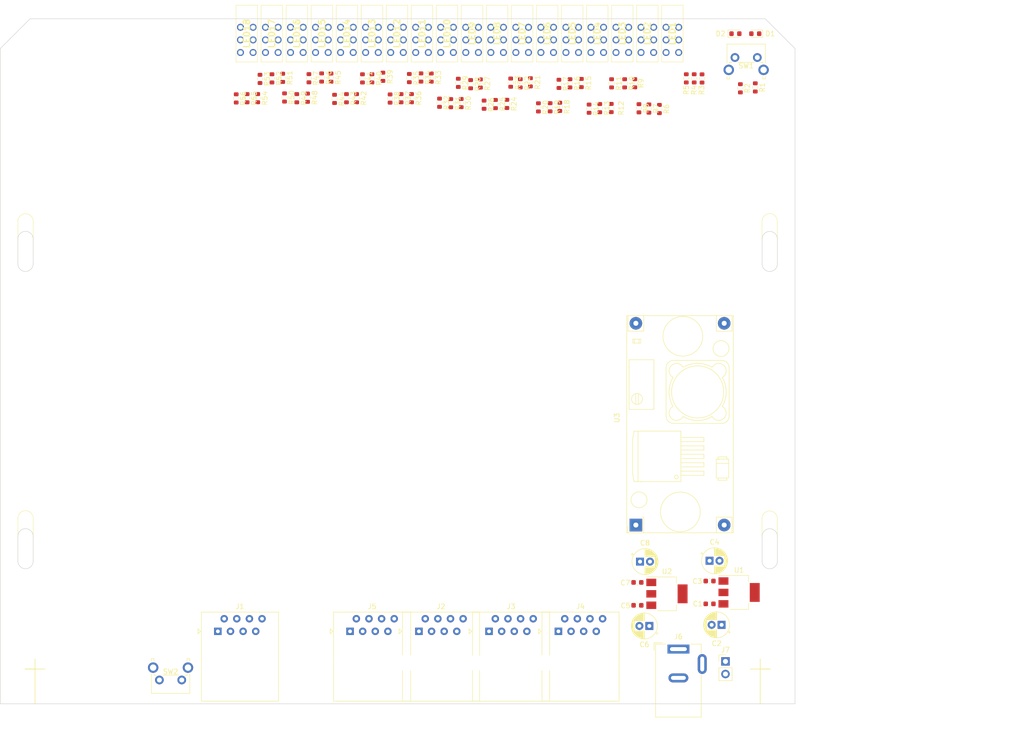
<source format=kicad_pcb>
(kicad_pcb (version 20211014) (generator pcbnew)
  (layers (0 "F.Cu" signal) (31 "B.Cu" signal) (34 "B.Paste" user) (35 "F.Paste" user) (36 "B.SilkS" user "B.Silkscreen") (37 "F.SilkS" user "F.Silkscreen") (38 "B.Mask" user) (39 "F.Mask" user) (44 "Edge.Cuts" user))
  (net 0 "")
  (net 1 "+12V")
  (net 2 "GND")
  (net 3 "+3V3")
  (net 4 "+5V")
  (net 5 "Net-(D1-Pad2)")
  (net 6 "Net-(D2-Pad2)")
  (net 47 "Net-(J6-Pad3)")
  (net 48 "Net-(LED1-Pad2)")
  (net 49 "Net-(LED1-Pad4)")
  (net 50 "Net-(LED1-Pad6)")
  (net 51 "Net-(LED2-Pad2)")
  (net 52 "Net-(LED2-Pad4)")
  (net 53 "Net-(LED2-Pad6)")
  (net 54 "Net-(LED3-Pad2)")
  (net 55 "Net-(LED3-Pad4)")
  (net 56 "Net-(LED3-Pad6)")
  (net 57 "Net-(LED4-Pad2)")
  (net 58 "Net-(LED4-Pad4)")
  (net 59 "Net-(LED4-Pad6)")
  (net 60 "Net-(LED5-Pad2)")
  (net 61 "Net-(LED5-Pad4)")
  (net 62 "Net-(LED5-Pad6)")
  (net 63 "Net-(LED6-Pad2)")
  (net 64 "Net-(LED6-Pad4)")
  (net 65 "Net-(LED6-Pad6)")
  (net 66 "Net-(LED7-Pad2)")
  (net 67 "Net-(LED7-Pad4)")
  (net 68 "Net-(LED7-Pad6)")
  (net 69 "Net-(LED8-Pad2)")
  (net 70 "Net-(LED8-Pad4)")
  (net 71 "Net-(LED8-Pad6)")
  (net 72 "Net-(LED9-Pad2)")
  (net 73 "Net-(LED9-Pad4)")
  (net 74 "Net-(LED9-Pad6)")
  (net 75 "Net-(LED10-Pad2)")
  (net 76 "Net-(LED10-Pad4)")
  (net 77 "Net-(LED10-Pad6)")
  (net 78 "Net-(LED11-Pad2)")
  (net 79 "Net-(LED11-Pad4)")
  (net 80 "Net-(LED11-Pad6)")
  (net 81 "Net-(LED12-Pad2)")
  (net 82 "Net-(LED12-Pad4)")
  (net 83 "Net-(LED12-Pad6)")
  (net 84 "Net-(LED13-Pad2)")
  (net 85 "Net-(LED13-Pad4)")
  (net 86 "Net-(LED13-Pad6)")
  (net 87 "Net-(LED14-Pad2)")
  (net 88 "Net-(LED14-Pad4)")
  (net 89 "Net-(LED14-Pad6)")
  (net 90 "Net-(LED15-Pad2)")
  (net 91 "Net-(LED15-Pad4)")
  (net 92 "Net-(LED15-Pad6)")
  (net 93 "Net-(LED16-Pad2)")
  (net 94 "Net-(LED16-Pad4)")
  (net 95 "Net-(LED16-Pad6)")
  (net 96 "Net-(LED17-Pad2)")
  (net 97 "Net-(LED17-Pad4)")
  (net 98 "Net-(LED17-Pad6)")
  (net 99 "Net-(LED18-Pad2)")
  (net 100 "Net-(LED18-Pad4)")
  (net 101 "Net-(LED18-Pad6)")
  (net 162 "VCC")
  (footprint "Resistor_SMD:R_0603_1608Metric" (layer "F.Cu") (at 145.48 38.065 -90)
    (fp_text reference "R38" (at 0 -1.43 90) (layer "F.SilkS"))
    (fp_text value "R")
    (pad "1" smd roundrect locked (at -0.825 0 270) (size 0.8 0.95) (layers "F.Cu" "F.Paste" "F.Mask") (net 81 "Net-(LED12-Pad2)"))
    (pad "2" smd roundrect locked (at 0.825 0 270) (size 0.8 0.95) (layers "F.Cu" "F.Paste" "F.Mask"))
  )
  (footprint "Connector_RJ:RJ45_Amphenol_54602-x08_Horizontal" (layer "F.Cu") (at 165.4 145.4)
    (fp_text reference "J3" (at 4.445 -5) (layer "F.SilkS"))
    (fp_text value "RJ45")
    (pad "" np_thru_hole circle locked (at -1.27 6.35) (size 3.2 3.2) (drill 3.2) (layers *.Cu *.Mask))
    (pad "" np_thru_hole circle locked (at 10.16 6.35) (size 3.2 3.2) (drill 3.2) (layers *.Cu *.Mask))
    (pad "1" thru_hole rect locked (at 0 0) (size 1.5 1.5) (drill 0.76) (layers *.Cu *.Mask))
    (pad "2" thru_hole circle locked (at 1.27 -2.54) (size 1.5 1.5) (drill 0.76) (layers *.Cu *.Mask))
    (pad "3" thru_hole circle locked (at 2.54 0) (size 1.5 1.5) (drill 0.76) (layers *.Cu *.Mask))
    (pad "4" thru_hole circle locked (at 3.81 -2.54) (size 1.5 1.5) (drill 0.76) (layers *.Cu *.Mask))
    (pad "5" thru_hole circle locked (at 5.08 0) (size 1.5 1.5) (drill 0.76) (layers *.Cu *.Mask))
    (pad "6" thru_hole circle locked (at 6.35 -2.54) (size 1.5 1.5) (drill 0.76) (layers *.Cu *.Mask))
    (pad "7" thru_hole circle locked (at 7.62 0) (size 1.5 1.5) (drill 0.76) (layers *.Cu *.Mask))
    (pad "8" thru_hole circle locked (at 8.89 -2.54) (size 1.5 1.5) (drill 0.76) (layers *.Cu *.Mask))
  )
  (footprint "Resistor_SMD:R_0603_1608Metric" (layer "F.Cu") (at 126.7 38 -90)
    (fp_text reference "R49" (at 0 -1.43 90) (layer "F.SilkS"))
    (fp_text value "R")
    (pad "1" smd roundrect locked (at -0.825 0 270) (size 0.8 0.95) (layers "F.Cu" "F.Paste" "F.Mask") (net 94 "Net-(LED16-Pad4)"))
    (pad "2" smd roundrect locked (at 0.825 0 270) (size 0.8 0.95) (layers "F.Cu" "F.Paste" "F.Mask"))
  )
  (footprint "Resistor_SMD:R_0603_1608Metric" (layer "F.Cu") (at 219 35.825 -90)
    (fp_text reference "R1" (at 0 -1.43 90) (layer "F.SilkS"))
    (fp_text value "R")
    (pad "1" smd roundrect locked (at -0.825 0 270) (size 0.8 0.95) (layers "F.Cu" "F.Paste" "F.Mask") (net 5 "Net-(D1-Pad2)"))
    (pad "2" smd roundrect locked (at 0.825 0 270) (size 0.8 0.95) (layers "F.Cu" "F.Paste" "F.Mask"))
  )
  (footprint "Resistor_SMD:R_0603_1608Metric" (layer "F.Cu") (at 149.35 33.945 -90)
    (fp_text reference "R35" (at 0 -1.43 90) (layer "F.SilkS"))
    (fp_text value "R")
    (pad "1" smd roundrect locked (at -0.825 0 270) (size 0.8 0.95) (layers "F.Cu" "F.Paste" "F.Mask") (net 78 "Net-(LED11-Pad2)"))
    (pad "2" smd roundrect locked (at 0.825 0 270) (size 0.8 0.95) (layers "F.Cu" "F.Paste" "F.Mask"))
  )
  (footprint "Resistor_SMD:R_0603_1608Metric" (layer "F.Cu") (at 155.43 38.91 -90)
    (fp_text reference "R32" (at 0 -1.43 90) (layer "F.SilkS"))
    (fp_text value "R")
    (pad "1" smd roundrect locked (at -0.825 0 270) (size 0.8 0.95) (layers "F.Cu" "F.Paste" "F.Mask") (net 75 "Net-(LED10-Pad2)"))
    (pad "2" smd roundrect locked (at 0.825 0 270) (size 0.8 0.95) (layers "F.Cu" "F.Paste" "F.Mask"))
  )
  (footprint "Resistor_SMD:R_0603_1608Metric" (layer "F.Cu") (at 216 36 -90)
    (fp_text reference "R2" (at 0 -1.43 90) (layer "F.SilkS"))
    (fp_text value "R")
    (pad "1" smd roundrect locked (at -0.825 0 270) (size 0.8 0.95) (layers "F.Cu" "F.Paste" "F.Mask") (net 6 "Net-(D2-Pad2)"))
    (pad "2" smd roundrect locked (at 0.825 0 270) (size 0.8 0.95) (layers "F.Cu" "F.Paste" "F.Mask"))
  )
  (footprint "Connector_RJ:RJ45_Amphenol_54602-x08_Horizontal" (layer "F.Cu") (at 151.29 145.4)
    (fp_text reference "J2" (at 4.445 -5) (layer "F.SilkS"))
    (fp_text value "RJ45")
    (pad "" np_thru_hole circle locked (at 10.16 6.35) (size 3.2 3.2) (drill 3.2) (layers *.Cu *.Mask))
    (pad "" np_thru_hole circle locked (at -1.27 6.35) (size 3.2 3.2) (drill 3.2) (layers *.Cu *.Mask))
    (pad "1" thru_hole rect locked (at 0 0) (size 1.5 1.5) (drill 0.76) (layers *.Cu *.Mask))
    (pad "2" thru_hole circle locked (at 1.27 -2.54) (size 1.5 1.5) (drill 0.76) (layers *.Cu *.Mask))
    (pad "3" thru_hole circle locked (at 2.54 0) (size 1.5 1.5) (drill 0.76) (layers *.Cu *.Mask))
    (pad "4" thru_hole circle locked (at 3.81 -2.54) (size 1.5 1.5) (drill 0.76) (layers *.Cu *.Mask))
    (pad "5" thru_hole circle locked (at 5.08 0) (size 1.5 1.5) (drill 0.76) (layers *.Cu *.Mask))
    (pad "6" thru_hole circle locked (at 6.35 -2.54) (size 1.5 1.5) (drill 0.76) (layers *.Cu *.Mask))
    (pad "7" thru_hole circle locked (at 7.62 0) (size 1.5 1.5) (drill 0.76) (layers *.Cu *.Mask))
    (pad "8" thru_hole circle locked (at 8.89 -2.54) (size 1.5 1.5) (drill 0.76) (layers *.Cu *.Mask))
  )
  (footprint "Resistor_SMD:R_0603_1608Metric" (layer "F.Cu") (at 183.99 34.94 -90)
    (fp_text reference "R15" (at 0 -1.43 90) (layer "F.SilkS"))
    (fp_text value "R")
    (pad "1" smd roundrect locked (at -0.825 0 270) (size 0.8 0.95) (layers "F.Cu" "F.Paste" "F.Mask") (net 62 "Net-(LED5-Pad6)"))
    (pad "2" smd roundrect locked (at 0.825 0 270) (size 0.8 0.95) (layers "F.Cu" "F.Paste" "F.Mask"))
  )
  (footprint "Resistor_SMD:R_0603_1608Metric" (layer "F.Cu") (at 169.76 34.865 -90)
    (fp_text reference "R23" (at 0 -1.43 90) (layer "F.SilkS"))
    (fp_text value "R")
    (pad "1" smd roundrect locked (at -0.825 0 270) (size 0.8 0.95) (layers "F.Cu" "F.Paste" "F.Mask") (net 66 "Net-(LED7-Pad2)"))
    (pad "2" smd roundrect locked (at 0.825 0 270) (size 0.8 0.95) (layers "F.Cu" "F.Paste" "F.Mask"))
  )
  (footprint "Resistor_SMD:R_0603_1608Metric" (layer "F.Cu") (at 116.7 38 -90)
    (fp_text reference "R55" (at 0 -1.43 90) (layer "F.SilkS"))
    (fp_text value "R")
    (pad "1" smd roundrect locked (at -0.825 0 270) (size 0.8 0.95) (layers "F.Cu" "F.Paste" "F.Mask") (net 100 "Net-(LED18-Pad4)"))
    (pad "2" smd roundrect locked (at 0.825 0 270) (size 0.8 0.95) (layers "F.Cu" "F.Paste" "F.Mask"))
  )
  (footprint "Connector_PinHeader_2.54mm:PinHeader_1x02_P2.54mm_Vertical" (layer "F.Cu") (at 213 151.46)
    (fp_text reference "J7" (at 0 -2.33) (layer "F.SilkS"))
    (fp_text value "switched ground")
    (pad "1" thru_hole rect locked (at 0 0) (size 1.7 1.7) (drill 1) (layers *.Cu *.Mask) (net 47 "Net-(J6-Pad3)"))
    (pad "2" thru_hole oval locked (at 0 2.54) (size 1.7 1.7) (drill 1) (layers *.Cu *.Mask) (net 2 "GND"))
  )
  (footprint "Resistor_SMD:R_0603_1608Metric" (layer "F.Cu") (at 123.87 33.89 -90)
    (fp_text reference "R51" (at 0 -1.43 90) (layer "F.SilkS"))
    (fp_text value "R")
    (pad "1" smd roundrect locked (at -0.825 0 270) (size 0.8 0.95) (layers "F.Cu" "F.Paste" "F.Mask") (net 98 "Net-(LED17-Pad6)"))
    (pad "2" smd roundrect locked (at 0.825 0 270) (size 0.8 0.95) (layers "F.Cu" "F.Paste" "F.Mask"))
  )
  (footprint "Resistor_SMD:R_0603_1608Metric" (layer "F.Cu") (at 133.59 33.855 -90)
    (fp_text reference "R45" (at 0 -1.43 90) (layer "F.SilkS"))
    (fp_text value "R")
    (pad "1" smd roundrect locked (at -0.825 0 270) (size 0.8 0.95) (layers "F.Cu" "F.Paste" "F.Mask") (net 92 "Net-(LED15-Pad6)"))
    (pad "2" smd roundrect locked (at 0.825 0 270) (size 0.8 0.95) (layers "F.Cu" "F.Paste" "F.Mask"))
  )
  (footprint "Connector_RJ:RJ45_Amphenol_54602-x08_Horizontal" (layer "F.Cu") (at 137.42 145.4)
    (fp_text reference "J5" (at 4.445 -5) (layer "F.SilkS"))
    (fp_text value "RJ45")
    (pad "" np_thru_hole circle locked (at -1.27 6.35) (size 3.2 3.2) (drill 3.2) (layers *.Cu *.Mask))
    (pad "" np_thru_hole circle locked (at 10.16 6.35) (size 3.2 3.2) (drill 3.2) (layers *.Cu *.Mask))
    (pad "1" thru_hole rect locked (at 0 0) (size 1.5 1.5) (drill 0.76) (layers *.Cu *.Mask))
    (pad "2" thru_hole circle locked (at 1.27 -2.54) (size 1.5 1.5) (drill 0.76) (layers *.Cu *.Mask))
    (pad "3" thru_hole circle locked (at 2.54 0) (size 1.5 1.5) (drill 0.76) (layers *.Cu *.Mask))
    (pad "4" thru_hole circle locked (at 3.81 -2.54) (size 1.5 1.5) (drill 0.76) (layers *.Cu *.Mask))
    (pad "5" thru_hole circle locked (at 5.08 0) (size 1.5 1.5) (drill 0.76) (layers *.Cu *.Mask))
    (pad "6" thru_hole circle locked (at 6.35 -2.54) (size 1.5 1.5) (drill 0.76) (layers *.Cu *.Mask))
    (pad "7" thru_hole circle locked (at 7.62 0) (size 1.5 1.5) (drill 0.76) (layers *.Cu *.Mask))
    (pad "8" thru_hole circle locked (at 8.89 -2.54) (size 1.5 1.5) (drill 0.76) (layers *.Cu *.Mask))
  )
  (footprint "Resistor_SMD:R_0603_1608Metric" (layer "F.Cu") (at 187.7 40 -90)
    (fp_text reference "R13" (at 0 -1.43 90) (layer "F.SilkS"))
    (fp_text value "R")
    (pad "1" smd roundrect locked (at -0.825 0 270) (size 0.8 0.95) (layers "F.Cu" "F.Paste" "F.Mask") (net 58 "Net-(LED4-Pad4)"))
    (pad "2" smd roundrect locked (at 0.825 0 270) (size 0.8 0.95) (layers "F.Cu" "F.Paste" "F.Mask"))
  )
  (footprint "Resistor_SMD:R_0603_1608Metric" (layer "F.Cu") (at 166.7 39.175 -90)
    (fp_text reference "R25" (at 0 -1.43 90) (layer "F.SilkS"))
    (fp_text value "R")
    (pad "1" smd roundrect locked (at -0.825 0 270) (size 0.8 0.95) (layers "F.Cu" "F.Paste" "F.Mask") (net 70 "Net-(LED8-Pad4)"))
    (pad "2" smd roundrect locked (at 0.825 0 270) (size 0.8 0.95) (layers "F.Cu" "F.Paste" "F.Mask"))
  )
  (footprint "Evan's misc parts:WP934SA3ID" (layer "F.Cu") (at 185.92 28.79 -90)
    (fp_text reference "LED4" (at -3.81 -1.27 90) (layer "F.SilkS") (effects (font (size 1.27 1.27) (thickness 0.254))))
    (fp_text value "WP934SA_3GD" hide)
    (pad "1" thru_hole circle (at 0 0 270) (size 1.4 1.4) (drill 0.9) (layers *.Cu *.Mask) (net 2 "GND"))
    (pad "2" thru_hole circle (at 0 -2.54 270) (size 1.4 1.4) (drill 0.9) (layers *.Cu *.Mask) (net 57 "Net-(LED4-Pad2)"))
    (pad "3" thru_hole circle (at -2.54 0 270) (size 1.4 1.4) (drill 0.9) (layers *.Cu *.Mask) (net 2 "GND"))
    (pad "4" thru_hole circle (at -2.54 -2.54 270) (size 1.4 1.4) (drill 0.9) (layers *.Cu *.Mask) (net 58 "Net-(LED4-Pad4)"))
    (pad "5" thru_hole circle (at -5.08 0 270) (size 1.4 1.4) (drill 0.9) (layers *.Cu *.Mask) (net 2 "GND"))
    (pad "6" thru_hole circle (at -5.08 -2.54 270) (size 1.4 1.4) (drill 0.9) (layers *.Cu *.Mask) (net 59 "Net-(LED4-Pad6)"))
  )
  (footprint "Resistor_SMD:R_0603_1608Metric" (layer "F.Cu") (at 136.7 38 -90)
    (fp_text reference "R43" (at 0 -1.43 90) (layer "F.SilkS"))
    (fp_text value "R")
    (pad "1" smd roundrect locked (at -0.825 0 270) (size 0.8 0.95) (layers "F.Cu" "F.Paste" "F.Mask") (net 88 "Net-(LED14-Pad4)"))
    (pad "2" smd roundrect locked (at 0.825 0 270) (size 0.8 0.95) (layers "F.Cu" "F.Paste" "F.Mask"))
  )
  (footprint "Package_TO_SOT_SMD:SOT-223-3_TabPin2" (layer "F.Cu") (at 201.215 137.845)
    (fp_text reference "U2" (at 0 -4.5) (layer "F.SilkS"))
    (fp_text value "AMS1117-5.0")
    (pad "1" smd rect locked (at -3.15 -2.3) (size 2 1.5) (layers "F.Cu" "F.Paste" "F.Mask") (net 2 "GND"))
    (pad "2" smd rect locked (at 3.15 0) (size 2 3.8) (layers "F.Cu" "F.Paste" "F.Mask") (net 4 "+5V"))
    (pad "2" smd rect locked (at -3.15 0) (size 2 1.5) (layers "F.Cu" "F.Paste" "F.Mask") (net 4 "+5V"))
    (pad "3" smd rect locked (at -3.15 2.3) (size 2 1.5) (layers "F.Cu" "F.Paste" "F.Mask") (net 1 "+12V"))
  )
  (footprint "Resistor_SMD:R_0603_1608Metric" (layer "F.Cu") (at 159.8 38.98 -90)
    (fp_text reference "R30" (at 0 -1.43 90) (layer "F.SilkS"))
    (fp_text value "R")
    (pad "1" smd roundrect locked (at -0.825 0 270) (size 0.8 0.95) (layers "F.Cu" "F.Paste" "F.Mask") (net 77 "Net-(LED10-Pad6)"))
    (pad "2" smd roundrect locked (at 0.825 0 270) (size 0.8 0.95) (layers "F.Cu" "F.Paste" "F.Mask"))
  )
  (footprint "Resistor_SMD:R_0603_1608Metric" (layer "F.Cu") (at 205.11 34 -90)
    (fp_text reference "R5" (at 2.35 0 90) (layer "F.SilkS"))
    (fp_text value "R")
    (pad "1" smd roundrect locked (at -0.825 0 270) (size 0.8 0.95) (layers "F.Cu" "F.Paste" "F.Mask") (net 48 "Net-(LED1-Pad2)"))
    (pad "2" smd roundrect locked (at 0.825 0 270) (size 0.8 0.95) (layers "F.Cu" "F.Paste" "F.Mask"))
  )
  (footprint "Evan's misc parts:WP934SA3ID" (layer "F.Cu") (at 130.48 28.79 -90)
    (fp_text reference "LED15" (at -3.81 -1.27 90) (layer "F.SilkS") (effects (font (size 1.27 1.27) (thickness 0.254))))
    (fp_text value "WP934SA_3GD" hide)
    (pad "1" thru_hole circle (at 0 0 270) (size 1.4 1.4) (drill 0.9) (layers *.Cu *.Mask) (net 2 "GND"))
    (pad "2" thru_hole circle (at 0 -2.54 270) (size 1.4 1.4) (drill 0.9) (layers *.Cu *.Mask) (net 90 "Net-(LED15-Pad2)"))
    (pad "3" thru_hole circle (at -2.54 0 270) (size 1.4 1.4) (drill 0.9) (layers *.Cu *.Mask) (net 2 "GND"))
    (pad "4" thru_hole circle (at -2.54 -2.54 270) (size 1.4 1.4) (drill 0.9) (layers *.Cu *.Mask) (net 91 "Net-(LED15-Pad4)"))
    (pad "5" thru_hole circle (at -5.08 0 270) (size 1.4 1.4) (drill 0.9) (layers *.Cu *.Mask) (net 2 "GND"))
    (pad "6" thru_hole circle (at -5.08 -2.54 270) (size 1.4 1.4) (drill 0.9) (layers *.Cu *.Mask) (net 92 "Net-(LED15-Pad6)"))
  )
  (footprint "Resistor_SMD:R_0603_1608Metric" (layer "F.Cu") (at 164.4 39.305 -90)
    (fp_text reference "R26" (at 0 -1.43 90) (layer "F.SilkS"))
    (fp_text value "R")
    (pad "1" smd roundrect locked (at -0.825 0 270) (size 0.8 0.95) (layers "F.Cu" "F.Paste" "F.Mask") (net 69 "Net-(LED8-Pad2)"))
    (pad "2" smd roundrect locked (at 0.825 0 270) (size 0.8 0.95) (layers "F.Cu" "F.Paste" "F.Mask"))
  )
  (footprint "Resistor_SMD:R_0603_1608Metric" (layer "F.Cu") (at 194.75 34.99 -90)
    (fp_text reference "R9" (at 0.01 -1.25 90) (layer "F.SilkS"))
    (fp_text value "R")
    (pad "1" smd roundrect locked (at -0.825 0 270) (size 0.8 0.95) (layers "F.Cu" "F.Paste" "F.Mask") (net 56 "Net-(LED3-Pad6)"))
    (pad "2" smd roundrect locked (at 0.825 0 270) (size 0.8 0.95) (layers "F.Cu" "F.Paste" "F.Mask"))
  )
  (footprint "Resistor_SMD:R_0603_1608Metric" (layer "F.Cu") (at 139.92 34.005 -90)
    (fp_text reference "R41" (at 0 -1.43 90) (layer "F.SilkS"))
    (fp_text value "R")
    (pad "1" smd roundrect locked (at -0.825 0 270) (size 0.8 0.95) (layers "F.Cu" "F.Paste" "F.Mask") (net 84 "Net-(LED13-Pad2)"))
    (pad "2" smd roundrect locked (at 0.825 0 270) (size 0.8 0.95) (layers "F.Cu" "F.Paste" "F.Mask"))
  )
  (footprint "Resistor_SMD:R_0603_1608Metric" (layer "F.Cu") (at 177.7 39.825 -90)
    (fp_text reference "R19" (at 0 -1.43 90) (layer "F.SilkS"))
    (fp_text value "R")
    (pad "1" smd roundrect locked (at -0.825 0 270) (size 0.8 0.95) (layers "F.Cu" "F.Paste" "F.Mask") (net 64 "Net-(LED6-Pad4)"))
    (pad "2" smd roundrect locked (at 0.825 0 270) (size 0.8 0.95) (layers "F.Cu" "F.Paste" "F.Mask"))
  )
  (footprint "Resistor_SMD:R_0603_1608Metric" (layer "F.Cu") (at 185.54 40.11 -90)
    (fp_text reference "R14" (at 0 -1.43 90) (layer "F.SilkS"))
    (fp_text value "R")
    (pad "1" smd roundrect locked (at -0.825 0 270) (size 0.8 0.95) (layers "F.Cu" "F.Paste" "F.Mask") (net 57 "Net-(LED4-Pad2)"))
    (pad "2" smd roundrect locked (at 0.825 0 270) (size 0.8 0.95) (layers "F.Cu" "F.Paste" "F.Mask"))
  )
  (footprint "Resistor_SMD:R_0603_1608Metric" (layer "F.Cu") (at 192.7 35 -90)
    (fp_text reference "R10" (at 0 -1.43 90) (layer "F.SilkS"))
    (fp_text value "R")
    (pad "1" smd roundrect locked (at -0.825 0 270) (size 0.8 0.95) (layers "F.Cu" "F.Paste" "F.Mask") (net 55 "Net-(LED3-Pad4)"))
    (pad "2" smd roundrect locked (at 0.825 0 270) (size 0.8 0.95) (layers "F.Cu" "F.Paste" "F.Mask"))
  )
  (footprint "Resistor_SMD:R_0603_1608Metric" (layer "F.Cu") (at 175.34 39.845 -90)
    (fp_text reference "R20" (at 0 -1.43 90) (layer "F.SilkS"))
    (fp_text value "R")
    (pad "1" smd roundrect locked (at -0.825 0 270) (size 0.8 0.95) (layers "F.Cu" "F.Paste" "F.Mask") (net 63 "Net-(LED6-Pad2)"))
    (pad "2" smd roundrect locked (at 0.825 0 270) (size 0.8 0.95) (layers "F.Cu" "F.Paste" "F.Mask"))
  )
  (footprint "Evan's misc parts:WP934SA3ID" (layer "F.Cu") (at 180.88 28.79 -90)
    (fp_text reference "LED5" (at -3.81 -1.27 90) (layer "F.SilkS") (effects (font (size 1.27 1.27) (thickness 0.254))))
    (fp_text value "WP934SA_3GD" hide)
    (pad "1" thru_hole circle (at 0 0 270) (size 1.4 1.4) (drill 0.9) (layers *.Cu *.Mask) (net 2 "GND"))
    (pad "2" thru_hole circle (at 0 -2.54 270) (size 1.4 1.4) (drill 0.9) (layers *.Cu *.Mask) (net 60 "Net-(LED5-Pad2)"))
    (pad "3" thru_hole circle (at -2.54 0 270) (size 1.4 1.4) (drill 0.9) (layers *.Cu *.Mask) (net 2 "GND"))
    (pad "4" thru_hole circle (at -2.54 -2.54 270) (size 1.4 1.4) (drill 0.9) (layers *.Cu *.Mask) (net 61 "Net-(LED5-Pad4)"))
    (pad "5" thru_hole circle (at -5.08 0 270) (size 1.4 1.4) (drill 0.9) (layers *.Cu *.Mask) (net 2 "GND"))
    (pad "6" thru_hole circle (at -5.08 -2.54 270) (size 1.4 1.4) (drill 0.9) (layers *.Cu *.Mask) (net 62 "Net-(LED5-Pad6)"))
  )
  (footprint "Evan's misc parts:WP934SA3ID" (layer "F.Cu") (at 120.4 28.79 -90)
    (fp_text reference "LED17" (at -3.81 -1.27 90) (layer "F.SilkS") (effects (font (size 1.27 1.27) (thickness 0.254))))
    (fp_text value "WP934SA_3GD" hide)
    (pad "1" thru_hole circle (at 0 0 270) (size 1.4 1.4) (drill 0.9) (layers *.Cu *.Mask) (net 2 "GND"))
    (pad "2" thru_hole circle (at 0 -2.54 270) (size 1.4 1.4) (drill 0.9) (layers *.Cu *.Mask) (net 96 "Net-(LED17-Pad2)"))
    (pad "3" thru_hole circle (at -2.54 0 270) (size 1.4 1.4) (drill 0.9) (layers *.Cu *.Mask) (net 2 "GND"))
    (pad "4" thru_hole circle (at -2.54 -2.54 270) (size 1.4 1.4) (drill 0.9) (layers *.Cu *.Mask) (net 97 "Net-(LED17-Pad4)"))
    (pad "5" thru_hole circle (at -5.08 0 270) (size 1.4 1.4) (drill 0.9) (layers *.Cu *.Mask) (net 2 "GND"))
    (pad "6" thru_hole circle (at -5.08 -2.54 270) (size 1.4 1.4) (drill 0.9) (layers *.Cu *.Mask) (net 98 "Net-(LED17-Pad6)"))
  )
  (footprint "Resistor_SMD:R_0603_1608Metric" (layer "F.Cu") (at 128.87 37.9 -90)
    (fp_text reference "R48" (at 0 -1.43 90) (layer "F.SilkS"))
    (fp_text value "R")
    (pad "1" smd roundrect locked (at -0.825 0 270) (size 0.8 0.95) (layers "F.Cu" "F.Paste" "F.Mask") (net 95 "Net-(LED16-Pad6)"))
    (pad "2" smd roundrect locked (at 0.825 0 270) (size 0.8 0.95) (layers "F.Cu" "F.Paste" "F.Mask"))
  )
  (footprint "Evan's misc parts:WP934SA3ID" (layer "F.Cu") (at 150.64 28.79 -90)
    (fp_text reference "LED11" (at -3.81 -1.27 90) (layer "F.SilkS") (effects (font (size 1.27 1.27) (thickness 0.254))))
    (fp_text value "WP934SA_3GD" hide)
    (pad "1" thru_hole circle (at 0 0 270) (size 1.4 1.4) (drill 0.9) (layers *.Cu *.Mask) (net 2 "GND"))
    (pad "2" thru_hole circle (at 0 -2.54 270) (size 1.4 1.4) (drill 0.9) (layers *.Cu *.Mask) (net 78 "Net-(LED11-Pad2)"))
    (pad "3" thru_hole circle (at -2.54 0 270) (size 1.4 1.4) (drill 0.9) (layers *.Cu *.Mask) (net 2 "GND"))
    (pad "4" thru_hole circle (at -2.54 -2.54 270) (size 1.4 1.4) (drill 0.9) (layers *.Cu *.Mask) (net 79 "Net-(LED11-Pad4)"))
    (pad "5" thru_hole circle (at -5.08 0 270) (size 1.4 1.4) (drill 0.9) (layers *.Cu *.Mask) (net 2 "GND"))
    (pad "6" thru_hole circle (at -5.08 -2.54 270) (size 1.4 1.4) (drill 0.9) (layers *.Cu *.Mask) (net 80 "Net-(LED11-Pad6)"))
  )
  (footprint "Resistor_SMD:R_0603_1608Metric" (layer "F.Cu") (at 147.7 38 -90)
    (fp_text reference "R37" (at 0 -1.43 90) (layer "F.SilkS"))
    (fp_text value "R")
    (pad "1" smd roundrect locked (at -0.825 0 270) (size 0.8 0.95) (layers "F.Cu" "F.Paste" "F.Mask") (net 82 "Net-(LED12-Pad4)"))
    (pad "2" smd roundrect locked (at 0.825 0 270) (size 0.8 0.95) (layers "F.Cu" "F.Paste" "F.Mask"))
  )
  (footprint "Button_Switch_THT:SW_Tactile_SPST_Angled_PTS645Vx83-2LFS" (layer "F.Cu") (at 214.91 29.8)
    (fp_text reference "SW1" (at 2.25 1.68) (layer "F.SilkS"))
    (fp_text value "SW_Push")
    (pad "" thru_hole circle locked (at 5.76 2.49) (size 2.1 2.1) (drill 1.3) (layers *.Cu *.Mask))
    (pad "" thru_hole circle locked (at -1.25 2.49) (size 2.1 2.1) (drill 1.3) (layers *.Cu *.Mask))
    (pad "1" thru_hole circle locked (at 0 0) (size 1.75 1.75) (drill 0.99) (layers *.Cu *.Mask))
    (pad "2" thru_hole circle locked (at 4.5 0) (size 1.75 1.75) (drill 0.99) (layers *.Cu *.Mask))
  )
  (footprint "Capacitor_THT:CP_Radial_D5.0mm_P2.00mm" (layer "F.Cu") (at 209.794887 131.185)
    (fp_text reference "C4" (at 1 -3.75) (layer "F.SilkS"))
    (fp_text value "100uF")
    (pad "1" thru_hole rect locked (at 0 0) (size 1.6 1.6) (drill 0.8) (layers *.Cu *.Mask) (net 3 "+3V3"))
    (pad "2" thru_hole circle locked (at 2 0) (size 1.6 1.6) (drill 0.8) (layers *.Cu *.Mask) (net 2 "GND"))
  )
  (footprint "Resistor_SMD:R_0603_1608Metric" (layer "F.Cu") (at 199.7 40.175 -90)
    (fp_text reference "R6" (at 0 -1.43 90) (layer "F.SilkS"))
    (fp_text value "R")
    (pad "1" smd roundrect locked (at -0.825 0 270) (size 0.8 0.95) (layers "F.Cu" "F.Paste" "F.Mask") (net 53 "Net-(LED2-Pad6)"))
    (pad "2" smd roundrect locked (at 0.825 0 270) (size 0.8 0.95) (layers "F.Cu" "F.Paste" "F.Mask"))
  )
  (footprint "Resistor_SMD:R_0603_1608Metric" (layer "F.Cu") (at 206.7 34 -90)
    (fp_text reference "R4" (at 2.37 0.03 90) (layer "F.SilkS"))
    (fp_text value "R")
    (pad "1" smd roundrect locked (at -0.825 0 270) (size 0.8 0.95) (layers "F.Cu" "F.Paste" "F.Mask") (net 49 "Net-(LED1-Pad4)"))
    (pad "2" smd roundrect locked (at 0.825 0 270) (size 0.8 0.95) (layers "F.Cu" "F.Paste" "F.Mask"))
  )
  (footprint "Connector_RJ:RJ45_Amphenol_54602-x08_Horizontal" (layer "F.Cu") (at 110.81 145.4)
    (fp_text reference "J1" (at 4.445 -5) (layer "F.SilkS"))
    (fp_text value "RJ45")
    (pad "" np_thru_hole circle locked (at -1.27 6.35) (size 3.2 3.2) (drill 3.2) (layers *.Cu *.Mask))
    (pad "" np_thru_hole circle locked (at 10.16 6.35) (size 3.2 3.2) (drill 3.2) (layers *.Cu *.Mask))
    (pad "1" thru_hole rect locked (at 0 0) (size 1.5 1.5) (drill 0.76) (layers *.Cu *.Mask))
    (pad "2" thru_hole circle locked (at 1.27 -2.54) (size 1.5 1.5) (drill 0.76) (layers *.Cu *.Mask))
    (pad "3" thru_hole circle locked (at 2.54 0) (size 1.5 1.5) (drill 0.76) (layers *.Cu *.Mask))
    (pad "4" thru_hole circle locked (at 3.81 -2.54) (size 1.5 1.5) (drill 0.76) (layers *.Cu *.Mask))
    (pad "5" thru_hole circle locked (at 5.08 0) (size 1.5 1.5) (drill 0.76) (layers *.Cu *.Mask))
    (pad "6" thru_hole circle locked (at 6.35 -2.54) (size 1.5 1.5) (drill 0.76) (layers *.Cu *.Mask))
    (pad "7" thru_hole circle locked (at 7.62 0) (size 1.5 1.5) (drill 0.76) (layers *.Cu *.Mask))
    (pad "8" thru_hole circle locked (at 8.89 -2.54) (size 1.5 1.5) (drill 0.76) (layers *.Cu *.Mask))
  )
  (footprint "MountingHole:MountingHole_2.7mm_M2.5_DIN965" (layer "F.Cu") (at 132.935 130.775 -90)
    (fp_text reference "REF**" hide)
    (fp_text value "MountingHole_2.7mm_M2.5_DIN965" hide)
    (pad "" np_thru_hole circle locked (at 0 0 270) (size 2.7 2.7) (drill 2.7) (layers *.Cu *.Mask))
  )
  (footprint "Evan's misc parts:WP934SA3ID" (layer "F.Cu") (at 145.6 28.79 -90)
    (fp_text reference "LED12" (at -3.81 -1.27 90) (layer "F.SilkS") (effects (font (size 1.27 1.27) (thickness 0.254))))
    (fp_text value "WP934SA_3GD" hide)
    (pad "1" thru_hole circle (at 0 0 270) (size 1.4 1.4) (drill 0.9) (layers *.Cu *.Mask) (net 2 "GND"))
    (pad "2" thru_hole circle (at 0 -2.54 270) (size 1.4 1.4) (drill 0.9) (layers *.Cu *.Mask) (net 81 "Net-(LED12-Pad2)"))
    (pad "3" thru_hole circle (at -2.54 0 270) (size 1.4 1.4) (drill 0.9) (layers *.Cu *.Mask) (net 2 "GND"))
    (pad "4" thru_hole circle (at -2.54 -2.54 270) (size 1.4 1.4) (drill 0.9) (layers *.Cu *.Mask) (net 82 "Net-(LED12-Pad4)"))
    (pad "5" thru_hole circle (at -5.08 0 270) (size 1.4 1.4) (drill 0.9) (layers *.Cu *.Mask) (net 2 "GND"))
    (pad "6" thru_hole circle (at -5.08 -2.54 270) (size 1.4 1.4) (drill 0.9) (layers *.Cu *.Mask) (net 83 "Net-(LED12-Pad6)"))
  )
  (footprint "Resistor_SMD:R_0603_1608Metric" (layer "F.Cu") (at 197.59 40.085 -90)
    (fp_text reference "R7" (at 0 -1.43 90) (layer "F.SilkS"))
    (fp_text value "R")
    (pad "1" smd roundrect locked (at -0.825 0 270) (size 0.8 0.95) (layers "F.Cu" "F.Paste" "F.Mask") (net 52 "Net-(LED2-Pad4)"))
    (pad "2" smd roundrect locked (at 0.825 0 270) (size 0.8 0.95) (layers "F.Cu" "F.Paste" "F.Mask"))
  )
  (footprint "LED_SMD:LED_0603_1608Metric" (layer "F.Cu") (at 215 25)
    (fp_text reference "D2" (at -3 0) (layer "F.SilkS"))
    (fp_text value "LED")
    (pad "1" smd roundrect locked (at -0.7875 0) (size 0.875 0.95) (layers "F.Cu" "F.Paste" "F.Mask") (net 2 "GND"))
    (pad "2" smd roundrect locked (at 0.7875 0) (size 0.875 0.95) (layers "F.Cu" "F.Paste" "F.Mask") (net 6 "Net-(D2-Pad2)"))
  )
  (footprint "Capacitor_SMD:C_0603_1608Metric" (layer "F.Cu") (at 209.8 135.265)
    (fp_text reference "C3" (at -2.47 0.05) (layer "F.SilkS"))
    (fp_text value "100nF")
    (pad "1" smd roundrect locked (at -0.775 0) (size 0.9 0.95) (layers "F.Cu" "F.Paste" "F.Mask") (net 3 "+3V3"))
    (pad "2" smd roundrect locked (at 0.775 0) (size 0.9 0.95) (layers "F.Cu" "F.Paste" "F.Mask") (net 2 "GND"))
  )
  (footprint "Evan's misc parts:WP934SA3ID" (layer "F.Cu") (at 160.72 28.79 -90)
    (fp_text reference "LED9" (at -3.81 -1.27 90) (layer "F.SilkS") (effects (font (size 1.27 1.27) (thickness 0.254))))
    (fp_text value "WP934SA_3GD" hide)
    (pad "1" thru_hole circle (at 0 0 270) (size 1.4 1.4) (drill 0.9) (layers *.Cu *.Mask) (net 2 "GND"))
    (pad "2" thru_hole circle (at 0 -2.54 270) (size 1.4 1.4) (drill 0.9) (layers *.Cu *.Mask) (net 72 "Net-(LED9-Pad2)"))
    (pad "3" thru_hole circle (at -2.54 0 270) (size 1.4 1.4) (drill 0.9) (layers *.Cu *.Mask) (net 2 "GND"))
    (pad "4" thru_hole circle (at -2.54 -2.54 270) (size 1.4 1.4) (drill 0.9) (layers *.Cu *.Mask) (net 73 "Net-(LED9-Pad4)"))
    (pad "5" thru_hole circle (at -5.08 0 270) (size 1.4 1.4) (drill 0.9) (layers *.Cu *.Mask) (net 2 "GND"))
    (pad "6" thru_hole circle (at -5.08 -2.54 270) (size 1.4 1.4) (drill 0.9) (layers *.Cu *.Mask) (net 74 "Net-(LED9-Pad6)"))
  )
  (footprint "Resistor_SMD:R_0603_1608Metric" (layer "F.Cu") (at 161.7 35.175 -90)
    (fp_text reference "R28" (at 0 -1.43 90) (layer "F.SilkS"))
    (fp_text value "R")
    (pad "1" smd roundrect locked (at -0.825 0 270) (size 0.8 0.95) (layers "F.Cu" "F.Paste" "F.Mask") (net 73 "Net-(LED9-Pad4)"))
    (pad "2" smd roundrect locked (at 0.825 0 270) (size 0.8 0.95) (layers "F.Cu" "F.Paste" "F.Mask"))
  )
  (footprint "Resistor_SMD:R_0603_1608Metric" (layer "F.Cu") (at 118.84 37.99 -90)
    (fp_text reference "R54" (at 0 -1.43 90) (layer "F.SilkS"))
    (fp_text value "R")
    (pad "1" smd roundrect locked (at -0.825 0 270) (size 0.8 0.95) (layers "F.Cu" "F.Paste" "F.Mask") (net 101 "Net-(LED18-Pad6)"))
    (pad "2" smd roundrect locked (at 0.825 0 270) (size 0.8 0.95) (layers "F.Cu" "F.Paste" "F.Mask"))
  )
  (footprint "Resistor_SMD:R_0603_1608Metric" (layer "F.Cu") (at 171.7 35 -90)
    (fp_text reference "R22" (at 0 -1.43 90) (layer "F.SilkS"))
    (fp_text value "R")
    (pad "1" smd roundrect locked (at -0.825 0 270) (size 0.8 0.95) (layers "F.Cu" "F.Paste" "F.Mask") (net 67 "Net-(LED7-Pad4)"))
    (pad "2" smd roundrect locked (at 0.825 0 270) (size 0.8 0.95) (layers "F.Cu" "F.Paste" "F.Mask"))
  )
  (footprint "Resistor_SMD:R_0603_1608Metric" (layer "F.Cu") (at 119.29 34.11 -90)
    (fp_text reference "R53" (at 0 -1.43 90) (layer "F.SilkS"))
    (fp_text value "R")
    (pad "1" smd roundrect locked (at -0.825 0 270) (size 0.8 0.95) (layers "F.Cu" "F.Paste" "F.Mask") (net 96 "Net-(LED17-Pad2)"))
    (pad "2" smd roundrect locked (at 0.825 0 270) (size 0.8 0.95) (layers "F.Cu" "F.Paste" "F.Mask"))
  )
  (footprint "Connector_BarrelJack:BarrelJack_Wuerth_6941xx301002" (layer "F.Cu") (at 203.52 148.98)
    (fp_text reference "J6" (at 0 -2.5) (layer "F.SilkS"))
    (fp_text value "Barrel_Jack_Switch")
    (pad "1" thru_hole rect locked (at 0 0) (size 4.4 1.8) (drill oval 3.4 0.8) (layers *.Cu *.Mask) (net 1 "+12V"))
    (pad "2" thru_hole oval locked (at 0 5.8) (size 4 1.8) (drill oval 3 0.8) (layers *.Cu *.Mask) (net 2 "GND"))
    (pad "3" thru_hole oval locked (at 4.8 3 90) (size 4 1.8) (drill oval 3 0.8) (layers *.Cu *.Mask) (net 47 "Net-(J6-Pad3)"))
  )
  (footprint "Resistor_SMD:R_0603_1608Metric" (layer "F.Cu") (at 134.3 38.135 -90)
    (fp_text reference "R44" (at 0 -1.43 90) (layer "F.SilkS"))
    (fp_text value "R")
    (pad "1" smd roundrect locked (at -0.825 0 270) (size 0.8 0.95) (layers "F.Cu" "F.Paste" "F.Mask") (net 87 "Net-(LED14-Pad2)"))
    (pad "2" smd roundrect locked (at 0.825 0 270) (size 0.8 0.95) (layers "F.Cu" "F.Paste" "F.Mask"))
  )
  (footprint "Connector_RJ:RJ45_Amphenol_54602-x08_Horizontal" (layer "F.Cu") (at 179.37 145.4)
    (fp_text reference "J4" (at 4.445 -5) (layer "F.SilkS"))
    (fp_text value "RJ45")
    (pad "" np_thru_hole circle locked (at 10.16 6.35) (size 3.2 3.2) (drill 3.2) (layers *.Cu *.Mask))
    (pad "" np_thru_hole circle locked (at -1.27 6.35) (size 3.2 3.2) (drill 3.2) (layers *.Cu *.Mask))
    (pad "1" thru_hole rect locked (at 0 0) (size 1.5 1.5) (drill 0.76) (layers *.Cu *.Mask))
    (pad "2" thru_hole circle locked (at 1.27 -2.54) (size 1.5 1.5) (drill 0.76) (layers *.Cu *.Mask))
    (pad "3" thru_hole circle locked (at 2.54 0) (size 1.5 1.5) (drill 0.76) (layers *.Cu *.Mask))
    (pad "4" thru_hole circle locked (at 3.81 -2.54) (size 1.5 1.5) (drill 0.76) (layers *.Cu *.Mask))
    (pad "5" thru_hole circle locked (at 5.08 0) (size 1.5 1.5) (drill 0.76) (layers *.Cu *.Mask))
    (pad "6" thru_hole circle locked (at 6.35 -2.54) (size 1.5 1.5) (drill 0.76) (layers *.Cu *.Mask))
    (pad "7" thru_hole circle locked (at 7.62 0) (size 1.5 1.5) (drill 0.76) (layers *.Cu *.Mask))
    (pad "8" thru_hole circle locked (at 8.89 -2.54) (size 1.5 1.5) (drill 0.76) (layers *.Cu *.Mask))
  )
  (footprint "Resistor_SMD:R_0603_1608Metric" (layer "F.Cu") (at 163.67 35.035 -90)
    (fp_text reference "R27" (at 0 -1.43 90) (layer "F.SilkS"))
    (fp_text value "R")
    (pad "1" smd roundrect locked (at -0.825 0 270) (size 0.8 0.95) (layers "F.Cu" "F.Paste" "F.Mask") (net 74 "Net-(LED9-Pad6)"))
    (pad "2" smd roundrect locked (at 0.825 0 270) (size 0.8 0.95) (layers "F.Cu" "F.Paste" "F.Mask"))
  )
  (footprint "Evan's misc parts:YAAJ_DCDC_StepDown_LM2596" (layer "F.Cu") (at 194.96 123.985 90)
    (fp_text reference "U3" (at 21.59 -3.81 90) (layer "F.SilkS"))
    (fp_text value "YAAJ_DCDC_StepDown_LM2596")
    (pad "1" thru_hole rect (at 0 0 90) (size 2.54 2.54) (drill 1) (layers *.Cu *.Mask) (net 1 "+12V"))
    (pad "2" thru_hole circle (at 0 17.78 90) (size 2.54 2.54) (drill 1) (layers *.Cu *.Mask) (net 2 "GND"))
    (pad "3" thru_hole circle (at 40.64 17.78 90) (size 2.54 2.54) (drill 1) (layers *.Cu *.Mask) (net 2 "GND"))
    (pad "4" thru_hole circle (at 40.64 0 90) (size 2.54 2.54) (drill 1) (layers *.Cu *.Mask) (net 162 "VCC"))
  )
  (footprint "Evan's misc parts:WP934SA3ID" (layer "F.Cu") (at 201.04 28.79 -90)
    (fp_text reference "LED1" (at -3.81 -1.27 90) (layer "F.SilkS") (effects (font (size 1.27 1.27) (thickness 0.254))))
    (fp_text value "WP934SA_3GD" hide)
    (pad "1" thru_hole circle (at 0 0 270) (size 1.4 1.4) (drill 0.9) (layers *.Cu *.Mask) (net 2 "GND"))
    (pad "2" thru_hole circle (at 0 -2.54 270) (size 1.4 1.4) (drill 0.9) (layers *.Cu *.Mask) (net 48 "Net-(LED1-Pad2)"))
    (pad "3" thru_hole circle (at -2.54 0 270) (size 1.4 1.4) (drill 0.9) (layers *.Cu *.Mask) (net 2 "GND"))
    (pad "4" thru_hole circle (at -2.54 -2.54 270) (size 1.4 1.4) (drill 0.9) (layers *.Cu *.Mask) (net 49 "Net-(LED1-Pad4)"))
    (pad "5" thru_hole circle (at -5.08 0 270) (size 1.4 1.4) (drill 0.9) (layers *.Cu *.Mask) (net 2 "GND"))
    (pad "6" thru_hole circle (at -5.08 -2.54 270) (size 1.4 1.4) (drill 0.9) (layers *.Cu *.Mask) (net 50 "Net-(LED1-Pad6)"))
  )
  (footprint "Resistor_SMD:R_0603_1608Metric" (layer "F.Cu") (at 129.14 33.975 -90)
    (fp_text reference "R47" (at 0 -1.43 90) (layer "F.SilkS"))
    (fp_text value "R")
    (pad "1" smd roundrect locked (at -0.825 0 270) (size 0.8 0.95) (layers "F.Cu" "F.Paste" "F.Mask") (net 90 "Net-(LED15-Pad2)"))
    (pad "2" smd roundrect locked (at 0.825 0 270) (size 0.8 0.95) (layers "F.Cu" "F.Paste" "F.Mask"))
  )
  (footprint "Evan's misc parts:WP934SA3ID" (layer "F.Cu") (at 196 28.79 -90)
    (fp_text reference "LED2" (at -3.81 -1.27 90) (layer "F.SilkS") (effects (font (size 1.27 1.27) (thickness 0.254))))
    (fp_text value "WP934SA_3GD" hide)
    (pad "1" thru_hole circle (at 0 0 270) (size 1.4 1.4) (drill 0.9) (layers *.Cu *.Mask) (net 2 "GND"))
    (pad "2" thru_hole circle (at 0 -2.54 270) (size 1.4 1.4) (drill 0.9) (layers *.Cu *.Mask) (net 51 "Net-(LED2-Pad2)"))
    (pad "3" thru_hole circle (at -2.54 0 270) (size 1.4 1.4) (drill 0.9) (layers *.Cu *.Mask) (net 2 "GND"))
    (pad "4" thru_hole circle (at -2.54 -2.54 270) (size 1.4 1.4) (drill 0.9) (layers *.Cu *.Mask) (net 52 "Net-(LED2-Pad4)"))
    (pad "5" thru_hole circle (at -5.08 0 270) (size 1.4 1.4) (drill 0.9) (layers *.Cu *.Mask) (net 2 "GND"))
    (pad "6" thru_hole circle (at -5.08 -2.54 270) (size 1.4 1.4) (drill 0.9) (layers *.Cu *.Mask) (net 53 "Net-(LED2-Pad6)"))
  )
  (footprint "Evan's misc parts:WP934SA3ID" (layer "F.Cu") (at 175.84 28.79 -90)
    (fp_text reference "LED6" (at -3.81 -1.27 90) (layer "F.SilkS") (effects (font (size 1.27 1.27) (thickness 0.254))))
    (fp_text value "WP934SA_3GD" hide)
    (pad "1" thru_hole circle (at 0 0 270) (size 1.4 1.4) (drill 0.9) (layers *.Cu *.Mask) (net 2 "GND"))
    (pad "2" thru_hole circle (at 0 -2.54 270) (size 1.4 1.4) (drill 0.9) (layers *.Cu *.Mask) (net 63 "Net-(LED6-Pad2)"))
    (pad "3" thru_hole circle (at -2.54 0 270) (size 1.4 1.4) (drill 0.9) (layers *.Cu *.Mask) (net 2 "GND"))
    (pad "4" thru_hole circle (at -2.54 -2.54 270) (size 1.4 1.4) (drill 0.9) (layers *.Cu *.Mask) (net 64 "Net-(LED6-Pad4)"))
    (pad "5" thru_hole circle (at -5.08 0 270) (size 1.4 1.4) (drill 0.9) (layers *.Cu *.Mask) (net 2 "GND"))
    (pad "6" thru_hole circle (at -5.08 -2.54 270) (size 1.4 1.4) (drill 0.9) (layers *.Cu *.Mask) (net 65 "Net-(LED6-Pad6)"))
  )
  (footprint "Resistor_SMD:R_0603_1608Metric" (layer "F.Cu") (at 208.28 34.02 -90)
    (fp_text reference "R3" (at 2.35 0.07 90) (layer "F.SilkS"))
    (fp_text value "R")
    (pad "1" smd roundrect locked (at -0.825 0 270) (size 0.8 0.95) (layers "F.Cu" "F.Paste" "F.Mask") (net 50 "Net-(LED1-Pad6)"))
    (pad "2" smd roundrect locked (at 0.825 0 270) (size 0.8 0.95) (layers "F.Cu" "F.Paste" "F.Mask"))
  )
  (footprint "Evan's misc parts:WP934SA3ID" (layer "F.Cu") (at 165.76 28.79 -90)
    (fp_text reference "LED8" (at -3.81 -1.27 90) (layer "F.SilkS") (effects (font (size 1.27 1.27) (thickness 0.254))))
    (fp_text value "WP934SA_3GD" hide)
    (pad "1" thru_hole circle (at 0 0 270) (size 1.4 1.4) (drill 0.9) (layers *.Cu *.Mask) (net 2 "GND"))
    (pad "2" thru_hole circle (at 0 -2.54 270) (size 1.4 1.4) (drill 0.9) (layers *.Cu *.Mask) (net 69 "Net-(LED8-Pad2)"))
    (pad "3" thru_hole circle (at -2.54 0 270) (size 1.4 1.4) (drill 0.9) (layers *.Cu *.Mask) (net 2 "GND"))
    (pad "4" thru_hole circle (at -2.54 -2.54 270) (size 1.4 1.4) (drill 0.9) (layers *.Cu *.Mask) (net 70 "Net-(LED8-Pad4)"))
    (pad "5" thru_hole circle (at -5.08 0 270) (size 1.4 1.4) (drill 0.9) (layers *.Cu *.Mask) (net 2 "GND"))
    (pad "6" thru_hole circle (at -5.08 -2.54 270) (size 1.4 1.4) (drill 0.9) (layers *.Cu *.Mask) (net 71 "Net-(LED8-Pad6)"))
  )
  (footprint "Resistor_SMD:R_0603_1608Metric" (layer "F.Cu") (at 195.58 40.025 -90)
    (fp_text reference "R8" (at 0 -1.43 90) (layer "F.SilkS"))
    (fp_text value "R")
    (pad "1" smd roundrect locked (at -0.825 0 270) (size 0.8 0.95) (layers "F.Cu" "F.Paste" "F.Mask") (net 51 "Net-(LED2-Pad2)"))
    (pad "2" smd roundrect locked (at 0.825 0 270) (size 0.8 0.95) (layers "F.Cu" "F.Paste" "F.Mask"))
  )
  (footprint "Package_TO_SOT_SMD:SOT-223-3_TabPin2" (layer "F.Cu") (at 215.74 137.565)
    (fp_text reference "U1" (at 0 -4.5) (layer "F.SilkS"))
    (fp_text value "AMS1117-3.3")
    (pad "1" smd rect locked (at -3.15 -2.3) (size 2 1.5) (layers "F.Cu" "F.Paste" "F.Mask") (net 2 "GND"))
    (pad "2" smd rect locked (at 3.15 0) (size 2 3.8) (layers "F.Cu" "F.Paste" "F.Mask") (net 3 "+3V3"))
    (pad "2" smd rect locked (at -3.15 0) (size 2 1.5) (layers "F.Cu" "F.Paste" "F.Mask") (net 3 "+3V3"))
    (pad "3" smd rect locked (at -3.15 2.3) (size 2 1.5) (layers "F.Cu" "F.Paste" "F.Mask") (net 1 "+12V"))
  )
  (footprint "Resistor_SMD:R_0603_1608Metric" (layer "F.Cu") (at 173.74 34.795 -90)
    (fp_text reference "R21" (at 0 -1.43 90) (layer "F.SilkS"))
    (fp_text value "R")
    (pad "1" smd roundrect locked (at -0.825 0 270) (size 0.8 0.95) (layers "F.Cu" "F.Paste" "F.Mask") (net 68 "Net-(LED7-Pad6)"))
    (pad "2" smd roundrect locked (at 0.825 0 270) (size 0.8 0.95) (layers "F.Cu" "F.Paste" "F.Mask"))
  )
  (footprint "Capacitor_THT:CP_Radial_D5.0mm_P2.00mm" (layer "F.Cu") (at 195.799888 131.355)
    (fp_text reference "C8" (at 1 -3.75) (layer "F.SilkS"))
    (fp_text value "100uF")
    (pad "1" thru_hole rect locked (at 0 0) (size 1.6 1.6) (drill 0.8) (layers *.Cu *.Mask) (net 4 "+5V"))
    (pad "2" thru_hole circle locked (at 2 0) (size 1.6 1.6) (drill 0.8) (layers *.Cu *.Mask) (net 2 "GND"))
  )
  (footprint "Capacitor_THT:CP_Radial_D5.0mm_P2.00mm" (layer "F.Cu") (at 212.215112 144.095 180)
    (fp_text reference "C2" (at 1 -3.75) (layer "F.SilkS"))
    (fp_text value "100uF")
    (pad "1" thru_hole rect locked (at 0 0 180) (size 1.6 1.6) (drill 0.8) (layers *.Cu *.Mask) (net 1 "+12V"))
    (pad "2" thru_hole circle locked (at 2 0 180) (size 1.6 1.6) (drill 0.8) (layers *.Cu *.Mask) (net 2 "GND"))
  )
  (footprint "Resistor_SMD:R_0603_1608Metric" (layer "F.Cu") (at 181.7 35 -90)
    (fp_text reference "R16" (at 0 -1.43 90) (layer "F.SilkS"))
    (fp_text value "R")
    (pad "1" smd roundrect locked (at -0.825 0 270) (size 0.8 0.95) (layers "F.Cu" "F.Paste" "F.Mask") (net 61 "Net-(LED5-Pad4)"))
    (pad "2" smd roundrect locked (at 0.825 0 270) (size 0.8 0.95) (layers "F.Cu" "F.Paste" "F.Mask"))
  )
  (footprint "Capacitor_THT:CP_Radial_D5.0mm_P2.00mm" (layer "F.Cu") (at 197.670112 144.315 180)
    (fp_text reference "C6" (at 1 -3.75) (layer "F.SilkS"))
    (fp_text value "100uF")
    (pad "1" thru_hole rect locked (at 0 0 180) (size 1.6 1.6) (drill 0.8) (layers *.Cu *.Mask) (net 1 "+12V"))
    (pad "2" thru_hole circle locked (at 2 0 180) (size 1.6 1.6) (drill 0.8) (layers *.Cu *.Mask) (net 2 "GND"))
  )
  (footprint "Evan's misc parts:WP934SA3ID" (layer "F.Cu") (at 135.52 28.79 -90)
    (fp_text reference "LED14" (at -3.81 -1.27 90) (layer "F.SilkS") (effects (font (size 1.27 1.27) (thickness 0.254))))
    (fp_text value "WP934SA_3GD" hide)
    (pad "1" thru_hole circle (at 0 0 270) (size 1.4 1.4) (drill 0.9) (layers *.Cu *.Mask) (net 2 "GND"))
    (pad "2" thru_hole circle (at 0 -2.54 270) (size 1.4 1.4) (drill 0.9) (layers *.Cu *.Mask) (net 87 "Net-(LED14-Pad2)"))
    (pad "3" thru_hole circle (at -2.54 0 270) (size 1.4 1.4) (drill 0.9) (layers *.Cu *.Mask) (net 2 "GND"))
    (pad "4" thru_hole circle (at -2.54 -2.54 270) (size 1.4 1.4) (drill 0.9) (layers *.Cu *.Mask) (net 88 "Net-(LED14-Pad4)"))
    (pad "5" thru_hole circle (at -5.08 0 270) (size 1.4 1.4) (drill 0.9) (layers *.Cu *.Mask) (net 2 "GND"))
    (pad "6" thru_hole circle (at -5.08 -2.54 270) (size 1.4 1.4) (drill 0.9) (layers *.Cu *.Mask) (net 89 "Net-(LED14-Pad6)"))
  )
  (footprint "Evan's misc parts:WP934SA3ID" (layer "F.Cu") (at 190.96 28.79 -90)
    (fp_text reference "LED3" (at -3.81 -1.27 90) (layer "F.SilkS") (effects (font (size 1.27 1.27) (thickness 0.254))))
    (fp_text value "WP934SA_3GD" hide)
    (pad "1" thru_hole circle (at 0 0 270) (size 1.4 1.4) (drill 0.9) (layers *.Cu *.Mask) (net 2 "GND"))
    (pad "2" thru_hole circle (at 0 -2.54 270) (size 1.4 1.4) (drill 0.9) (layers *.Cu *.Mask) (net 54 "Net-(LED3-Pad2)"))
    (pad "3" thru_hole circle (at -2.54 0 270) (size 1.4 1.4) (drill 0.9) (layers *.Cu *.Mask) (net 2 "GND"))
    (pad "4" thru_hole circle (at -2.54 -2.54 270) (size 1.4 1.4) (drill 0.9) (layers *.Cu *.Mask) (net 55 "Net-(LED3-Pad4)"))
    (pad "5" thru_hole circle (at -5.08 0 270) (size 1.4 1.4) (drill 0.9) (layers *.Cu *.Mask) (net 2 "GND"))
    (pad "6" thru_hole circle (at -5.08 -2.54 270) (size 1.4 1.4) (drill 0.9) (layers *.Cu *.Mask) (net 56 "Net-(LED3-Pad6)"))
  )
  (footprint "Capacitor_SMD:C_0603_1608Metric" (layer "F.Cu") (at 195.275 140.155 180)
    (fp_text reference "C5" (at 2.4 -0.08) (layer "F.SilkS"))
    (fp_text value "100nF")
    (pad "1" smd roundrect locked (at -0.775 0 180) (size 0.9 0.95) (layers "F.Cu" "F.Paste" "F.Mask") (net 1 "+12V"))
    (pad "2" smd roundrect locked (at 0.775 0 180) (size 0.9 0.95) (layers "F.Cu" "F.Paste" "F.Mask") (net 2 "GND"))
  )
  (footprint "Resistor_SMD:R_0603_1608Metric" (layer "F.Cu") (at 149.8 37.995 -90)
    (fp_text reference "R36" (at 0 -1.43 90) (layer "F.SilkS"))
    (fp_text value "R")
    (pad "1" smd roundrect locked (at -0.825 0 270) (size 0.8 0.95) (layers "F.Cu" "F.Paste" "F.Mask") (net 83 "Net-(LED12-Pad6)"))
    (pad "2" smd roundrect locked (at 0.825 0 270) (size 0.8 0.95) (layers "F.Cu" "F.Paste" "F.Mask"))
  )
  (footprint "Resistor_SMD:R_0603_1608Metric" (layer "F.Cu") (at 131.7 33.825 -90)
    (fp_text reference "R46" (at 0 -1.43 90) (layer "F.SilkS"))
    (fp_text value "R")
    (pad "1" smd roundrect locked (at -0.825 0 270) (size 0.8 0.95) (layers "F.Cu" "F.Paste" "F.Mask") (net 91 "Net-(LED15-Pad4)"))
    (pad "2" smd roundrect locked (at 0.825 0 270) (size 0.8 0.95) (layers "F.Cu" "F.Paste" "F.Mask"))
  )
  (footprint "Evan's misc parts:WP934SA3ID" (layer "F.Cu") (at 155.68 28.79 -90)
    (fp_text reference "LED10" (at -3.81 -1.27 90) (layer "F.SilkS") (effects (font (size 1.27 1.27) (thickness 0.254))))
    (fp_text value "WP934SA_3GD" hide)
    (pad "1" thru_hole circle (at 0 0 270) (size 1.4 1.4) (drill 0.9) (layers *.Cu *.Mask) (net 2 "GND"))
    (pad "2" thru_hole circle (at 0 -2.54 270) (size 1.4 1.4) (drill 0.9) (layers *.Cu *.Mask) (net 75 "Net-(LED10-Pad2)"))
    (pad "3" thru_hole circle (at -2.54 0 270) (size 1.4 1.4) (drill 0.9) (layers *.Cu *.Mask) (net 2 "GND"))
    (pad "4" thru_hole circle (at -2.54 -2.54 270) (size 1.4 1.4) (drill 0.9) (layers *.Cu *.Mask) (net 76 "Net-(LED10-Pad4)"))
    (pad "5" thru_hole circle (at -5.08 0 270) (size 1.4 1.4) (drill 0.9) (layers *.Cu *.Mask) (net 2 "GND"))
    (pad "6" thru_hole circle (at -5.08 -2.54 270) (size 1.4 1.4) (drill 0.9) (layers *.Cu *.Mask) (net 77 "Net-(LED10-Pad6)"))
  )
  (footprint "Evan's misc parts:WP934SA3ID" (layer "F.Cu") (at 115.36 28.79 -90)
    (fp_text reference "LED18" (at -3.81 -1.27 90) (layer "F.SilkS") (effects (font (size 1.27 1.27) (thickness 0.254))))
    (fp_text value "WP934SA_3GD" hide)
    (pad "1" thru_hole circle (at 0 0 270) (size 1.4 1.4) (drill 0.9) (layers *.Cu *.Mask) (net 2 "GND"))
    (pad "2" thru_hole circle (at 0 -2.54 270) (size 1.4 1.4) (drill 0.9) (layers *.Cu *.Mask) (net 99 "Net-(LED18-Pad2)"))
    (pad "3" thru_hole circle (at -2.54 0 270) (size 1.4 1.4) (drill 0.9) (layers *.Cu *.Mask) (net 2 "GND"))
    (pad "4" thru_hole circle (at -2.54 -2.54 270) (size 1.4 1.4) (drill 0.9) (layers *.Cu *.Mask) (net 100 "Net-(LED18-Pad4)"))
    (pad "5" thru_hole circle (at -5.08 0 270) (size 1.4 1.4) (drill 0.9) (layers *.Cu *.Mask) (net 2 "GND"))
    (pad "6" thru_hole circle (at -5.08 -2.54 270) (size 1.4 1.4) (drill 0.9) (layers *.Cu *.Mask) (net 101 "Net-(LED18-Pad6)"))
  )
  (footprint "Resistor_SMD:R_0603_1608Metric" (layer "F.Cu") (at 179.47 35.11 -90)
    (fp_text reference "R17" (at 0 -1.43 90) (layer "F.SilkS"))
    (fp_text value "R")
    (pad "1" smd roundrect locked (at -0.825 0 270) (size 0.8 0.95) (layers "F.Cu" "F.Paste" "F.Mask") (net 60 "Net-(LED5-Pad2)"))
    (pad "2" smd roundrect locked (at 0.825 0 270) (size 0.8 0.95) (layers "F.Cu" "F.Paste" "F.Mask"))
  )
  (footprint "Capacitor_SMD:C_0603_1608Metric" (layer "F.Cu") (at 209.8 139.865 180)
    (fp_text reference "C1" (at 2.39 0.01) (layer "F.SilkS"))
    (fp_text value "100nF")
    (pad "1" smd roundrect locked (at -0.775 0 180) (size 0.9 0.95) (layers "F.Cu" "F.Paste" "F.Mask") (net 1 "+12V"))
    (pad "2" smd roundrect locked (at 0.775 0 180) (size 0.9 0.95) (layers "F.Cu" "F.Paste" "F.Mask") (net 2 "GND"))
  )
  (footprint "Evan's misc parts:WP934SA3ID" (layer "F.Cu") (at 170.8 28.79 -90)
    (fp_text reference "LED7" (at -3.81 -1.27 90) (layer "F.SilkS") (effects (font (size 1.27 1.27) (thickness 0.254))))
    (fp_text value "WP934SA_3GD" hide)
    (pad "1" thru_hole circle (at 0 0 270) (size 1.4 1.4) (drill 0.9) (layers *.Cu *.Mask) (net 2 "GND"))
    (pad "2" thru_hole circle (at 0 -2.54 270) (size 1.4 1.4) (drill 0.9) (layers *.Cu *.Mask) (net 66 "Net-(LED7-Pad2)"))
    (pad "3" thru_hole circle (at -2.54 0 270) (size 1.4 1.4) (drill 0.9) (layers *.Cu *.Mask) (net 2 "GND"))
    (pad "4" thru_hole circle (at -2.54 -2.54 270) (size 1.4 1.4) (drill 0.9) (layers *.Cu *.Mask) (net 67 "Net-(LED7-Pad4)"))
    (pad "5" thru_hole circle (at -5.08 0 270) (size 1.4 1.4) (drill 0.9) (layers *.Cu *.Mask) (net 2 "GND"))
    (pad "6" thru_hole circle (at -5.08 -2.54 270) (size 1.4 1.4) (drill 0.9) (layers *.Cu *.Mask) (net 68 "Net-(LED7-Pad6)"))
  )
  (footprint "Resistor_SMD:R_0603_1608Metric" (layer "F.Cu") (at 151.7 33.825 -90)
    (fp_text reference "R34" (at 0 -1.43 90) (layer "F.SilkS"))
    (fp_text value "R")
    (pad "1" smd roundrect locked (at -0.825 0 270) (size 0.8 0.95) (layers "F.Cu" "F.Paste" "F.Mask") (net 79 "Net-(LED11-Pad4)"))
    (pad "2" smd roundrect locked (at 0.825 0 270) (size 0.8 0.95) (layers "F.Cu" "F.Paste" "F.Mask"))
  )
  (footprint "Resistor_SMD:R_0603_1608Metric" (layer "F.Cu") (at 190.01 39.975 -90)
    (fp_text reference "R12" (at 0.025 -1.99 90) (layer "F.SilkS"))
    (fp_text value "R")
    (pad "1" smd roundrect locked (at -0.825 0 270) (size 0.8 0.95) (layers "F.Cu" "F.Paste" "F.Mask") (net 59 "Net-(LED4-Pad6)"))
    (pad "2" smd roundrect locked (at 0.825 0 270) (size 0.8 0.95) (layers "F.Cu" "F.Paste" "F.Mask"))
  )
  (footprint "Evan's misc parts:WP934SA3ID" (layer "F.Cu") (at 140.56 28.79 -90)
    (fp_text reference "LED13" (at -3.81 -1.27 90) (layer "F.SilkS") (effects (font (size 1.27 1.27) (thickness 0.254))))
    (fp_text value "WP934SA_3GD" hide)
    (pad "1" thru_hole circle (at 0 0 270) (size 1.4 1.4) (drill 0.9) (layers *.Cu *.Mask) (net 2 "GND"))
    (pad "2" thru_hole circle (at 0 -2.54 270) (size 1.4 1.4) (drill 0.9) (layers *.Cu *.Mask) (net 84 "Net-(LED13-Pad2)"))
    (pad "3" thru_hole circle (at -2.54 0 270) (size 1.4 1.4) (drill 0.9) (layers *.Cu *.Mask) (net 2 "GND"))
    (pad "4" thru_hole circle (at -2.54 -2.54 270) (size 1.4 1.4) (drill 0.9) (layers *.Cu *.Mask) (net 85 "Net-(LED13-Pad4)"))
    (pad "5" thru_hole circle (at -5.08 0 270) (size 1.4 1.4) (drill 0.9) (layers *.Cu *.Mask) (net 2 "GND"))
    (pad "6" thru_hole circle (at -5.08 -2.54 270) (size 1.4 1.4) (drill 0.9) (layers *.Cu *.Mask) (net 86 "Net-(LED13-Pad6)"))
  )
  (footprint "Resistor_SMD:R_0603_1608Metric" (layer "F.Cu") (at 114.5 38.04 -90)
    (fp_text reference "R56" (at 0 -1.43 90) (layer "F.SilkS"))
    (fp_text value "R")
    (pad "1" smd roundrect locked (at -0.825 0 270) (size 0.8 0.95) (layers "F.Cu" "F.Paste" "F.Mask") (net 99 "Net-(LED18-Pad2)"))
    (pad "2" smd roundrect locked (at 0.825 0 270) (size 0.8 0.95) (layers "F.Cu" "F.Paste" "F.Mask"))
  )
  (footprint "Resistor_SMD:R_0603_1608Metric" (layer "F.Cu") (at 157.7 39 -90)
    (fp_text reference "R31" (at 0 -1.43 90) (layer "F.SilkS"))
    (fp_text value "R")
    (pad "1" smd roundrect locked (at -0.825 0 270) (size 0.8 0.95) (layers "F.Cu" "F.Paste" "F.Mask") (net 76 "Net-(LED10-Pad4)"))
    (pad "2" smd roundrect locked (at 0.825 0 270) (size 0.8 0.95) (layers "F.Cu" "F.Paste" "F.Mask"))
  )
  (footprint "Resistor_SMD:R_0603_1608Metric" (layer "F.Cu") (at 144.04 33.68 -90)
    (fp_text reference "R39" (at 0 -1.43 90) (layer "F.SilkS"))
    (fp_text value "R")
    (pad "1" smd roundrect locked (at -0.825 0 270) (size 0.8 0.95) (layers "F.Cu" "F.Paste" "F.Mask") (net 86 "Net-(LED13-Pad6)"))
    (pad "2" smd roundrect locked (at 0.825 0 270) (size 0.8 0.95) (layers "F.Cu" "F.Paste" "F.Mask"))
  )
  (footprint "Resistor_SMD:R_0603_1608Metric" (layer "F.Cu") (at 169 39.145 -90)
    (fp_text reference "R24" (at 0 -1.43 90) (layer "F.SilkS"))
    (fp_text value "R")
    (pad "1" smd roundrect locked (at -0.825 0 270) (size 0.8 0.95) (layers "F.Cu" "F.Paste" "F.Mask") (net 71 "Net-(LED8-Pad6)"))
    (pad "2" smd roundrect locked (at 0.825 0 270) (size 0.8 0.95) (layers "F.Cu" "F.Paste" "F.Mask"))
  )
  (footprint "Resistor_SMD:R_0603_1608Metric" (layer "F.Cu") (at 153.78 33.845 -90)
    (fp_text reference "R33" (at 0 -1.43 90) (layer "F.SilkS"))
    (fp_text value "R")
    (pad "1" smd roundrect locked (at -0.825 0 270) (size 0.8 0.95) (layers "F.Cu" "F.Paste" "F.Mask") (net 80 "Net-(LED11-Pad6)"))
    (pad "2" smd roundrect locked (at 0.825 0 270) (size 0.8 0.95) (layers "F.Cu" "F.Paste" "F.Mask"))
  )
  (footprint "Resistor_SMD:R_0603_1608Metric" (layer "F.Cu") (at 159.21 34.9 -90)
    (fp_text reference "R29" (at 0 -1.43 90) (layer "F.SilkS"))
    (fp_text value "R")
    (pad "1" smd roundrect locked (at -0.825 0 270) (size 0.8 0.95) (layers "F.Cu" "F.Paste" "F.Mask") (net 72 "Net-(LED9-Pad2)"))
    (pad "2" smd roundrect locked (at 0.825 0 270) (size 0.8 0.95) (layers "F.Cu" "F.Paste" "F.Mask"))
  )
  (footprint "Resistor_SMD:R_0603_1608Metric" (layer "F.Cu") (at 179.65 39.735 -90)
    (fp_text reference "R18" (at 0 -1.43 90) (layer "F.SilkS"))
    (fp_text value "R")
    (pad "1" smd roundrect locked (at -0.825 0 270) (size 0.8 0.95) (layers "F.Cu" "F.Paste" "F.Mask") (net 65 "Net-(LED6-Pad6)"))
    (pad "2" smd roundrect locked (at 0.825 0 270) (size 0.8 0.95) (layers "F.Cu" "F.Paste" "F.Mask"))
  )
  (footprint "Resistor_SMD:R_0603_1608Metric" (layer "F.Cu") (at 124.23 37.85 -90)
    (fp_text reference "R50" (at 0 -1.43 90) (layer "F.SilkS"))
    (fp_text value "R")
    (pad "1" smd roundrect locked (at -0.825 0 270) (size 0.8 0.95) (layers "F.Cu" "F.Paste" "F.Mask") (net 93 "Net-(LED16-Pad2)"))
    (pad "2" smd roundrect locked (at 0.825 0 270) (size 0.8 0.95) (layers "F.Cu" "F.Paste" "F.Mask"))
  )
  (footprint "Resistor_SMD:R_0603_1608Metric" (layer "F.Cu") (at 141.83 34 -90)
    (fp_text reference "R40" (at 0 -1.43 90) (layer "F.SilkS"))
    (fp_text value "R")
    (pad "1" smd roundrect locked (at -0.825 0 270) (size 0.8 0.95) (layers "F.Cu" "F.Paste" "F.Mask") (net 85 "Net-(LED13-Pad4)"))
    (pad "2" smd roundrect locked (at 0.825 0 270) (size 0.8 0.95) (layers "F.Cu" "F.Paste" "F.Mask"))
  )
  (footprint "Resistor_SMD:R_0603_1608Metric" (layer "F.Cu") (at 190.07 35 -90)
    (fp_text reference "R11" (at 0 -1.43 90) (layer "F.SilkS"))
    (fp_text value "R")
    (pad "1" smd roundrect locked (at -0.825 0 270) (size 0.8 0.95) (layers "F.Cu" "F.Paste" "F.Mask") (net 54 "Net-(LED3-Pad2)"))
    (pad "2" smd roundrect locked (at 0.825 0 270) (size 0.8 0.95) (layers "F.Cu" "F.Paste" "F.Mask"))
  )
  (footprint "LED_SMD:LED_0603_1608Metric" (layer "F.Cu") (at 219 25 180)
    (fp_text reference "D1" (at -3 0) (layer "F.SilkS"))
    (fp_text value "LED")
    (pad "1" smd roundrect locked (at -0.7875 0 180) (size 0.875 0.95) (layers "F.Cu" "F.Paste" "F.Mask") (net 2 "GND"))
    (pad "2" smd roundrect locked (at 0.7875 0 180) (size 0.875 0.95) (layers "F.Cu" "F.Paste" "F.Mask") (net 5 "Net-(D1-Pad2)"))
  )
  (footprint "Button_Switch_THT:SW_Tactile_SPST_Angled_PTS645Vx58-2LFS" (layer "F.Cu") (at 103.54 155.2 180)
    (fp_text reference "SW2" (at 2.25 1.68) (layer "F.SilkS"))
    (fp_text value "SW_Push")
    (pad "" thru_hole circle locked (at -1.25 2.49 180) (size 2.1 2.1) (drill 1.3) (layers *.Cu *.Mask))
    (pad "" thru_hole circle locked (at 5.76 2.49 180) (size 2.1 2.1) (drill 1.3) (layers *.Cu *.Mask))
    (pad "1" thru_hole circle locked (at 0 0 180) (size 1.75 1.75) (drill 0.99) (layers *.Cu *.Mask))
    (pad "2" thru_hole circle locked (at 4.5 0 180) (size 1.75 1.75) (drill 0.99) (layers *.Cu *.Mask))
  )
  (footprint "MountingHole:MountingHole_2.7mm_M2.5_DIN965" (layer "F.Cu") (at 140.845 130.775 -90)
    (fp_text reference "REF**" hide)
    (fp_text value "MountingHole_2.7mm_M2.5_DIN965" hide)
    (pad "" np_thru_hole circle locked (at 0 0 270) (size 2.7 2.7) (drill 2.7) (layers *.Cu *.Mask))
  )
  (footprint "Resistor_SMD:R_0603_1608Metric" (layer "F.Cu") (at 138.75 38 -90)
    (fp_text reference "R42" (at 0 -1.43 90) (layer "F.SilkS"))
    (fp_text value "R")
    (pad "1" smd roundrect locked (at -0.825 0 270) (size 0.8 0.95) (layers "F.Cu" "F.Paste" "F.Mask") (net 89 "Net-(LED14-Pad6)"))
    (pad "2" smd roundrect locked (at 0.825 0 270) (size 0.8 0.95) (layers "F.Cu" "F.Paste" "F.Mask"))
  )
  (footprint "Evan's misc parts:WP934SA3ID" (layer "F.Cu") (at 125.44 28.79 -90)
    (fp_text reference "LED16" (at -3.81 -1.27 90) (layer "F.SilkS") (effects (font (size 1.27 1.27) (thickness 0.254))))
    (fp_text value "WP934SA_3GD" hide)
    (pad "1" thru_hole circle (at 0 0 270) (size 1.4 1.4) (drill 0.9) (layers *.Cu *.Mask) (net 2 "GND"))
    (pad "2" thru_hole circle (at 0 -2.54 270) (size 1.4 1.4) (drill 0.9) (layers *.Cu *.Mask) (net 93 "Net-(LED16-Pad2)"))
    (pad "3" thru_hole circle (at -2.54 0 270) (size 1.4 1.4) (drill 0.9) (layers *.Cu *.Mask) (net 2 "GND"))
    (pad "4" thru_hole circle (at -2.54 -2.54 270) (size 1.4 1.4) (drill 0.9) (layers *.Cu *.Mask) (net 94 "Net-(LED16-Pad4)"))
    (pad "5" thru_hole circle (at -5.08 0 270) (size 1.4 1.4) (drill 0.9) (layers *.Cu *.Mask) (net 2 "GND"))
    (pad "6" thru_hole circle (at -5.08 -2.54 270) (size 1.4 1.4) (drill 0.9) (layers *.Cu *.Mask) (net 95 "Net-(LED16-Pad6)"))
  )
  (footprint "Capacitor_SMD:C_0603_1608Metric" (layer "F.Cu") (at 195.275 135.545)
    (fp_text reference "C7" (at -2.45 0.08) (layer "F.SilkS"))
    (fp_text value "100nF")
    (pad "1" smd roundrect locked (at -0.775 0) (size 0.9 0.95) (layers "F.Cu" "F.Paste" "F.Mask") (net 4 "+5V"))
    (pad "2" smd roundrect locked (at 0.775 0) (size 0.9 0.95) (layers "F.Cu" "F.Paste" "F.Mask") (net 2 "GND"))
  )
  (footprint "Resistor_SMD:R_0603_1608Metric" (layer "F.Cu") (at 121.7 34 -90)
    (fp_text reference "R52" (at 0 -1.43 90) (layer "F.SilkS"))
    (fp_text value "R")
    (pad "1" smd roundrect locked (at -0.825 0 270) (size 0.8 0.95) (layers "F.Cu" "F.Paste" "F.Mask") (net 97 "Net-(LED17-Pad4)"))
    (pad "2" smd roundrect locked (at 0.825 0 270) (size 0.8 0.95) (layers "F.Cu" "F.Paste" "F.Mask"))
  )
  (gr_line (start 74 153) (end 72 153) (layer "F.SilkS") (width 0.15))
  (gr_line (start 72 153) (end 76 153) (layer "F.SilkS") (width 0.15))
  (gr_line (start 220.355001 66.1) (end 220.355001 62.779649) (layer "F.SilkS") (width 0.1))
  (gr_line (start 223.435034 126) (end 223.435034 122.689649) (layer "F.SilkS") (width 0.1))
  (gr_line (start 220 160) (end 220 153) (layer "F.SilkS") (width 0.15))
  (gr_arc (start 70.555001 62.8) (mid 72.1 61.270348) (end 73.635033 62.81) (layer "F.SilkS") (width 0.1))
  (gr_line (start 220 153) (end 220 151) (layer "F.SilkS") (width 0.15))
  (gr_line (start 74 153) (end 74 151) (layer "F.SilkS") (width 0.15))
  (gr_line (start 220.355002 126) (end 220.355002 122.679649) (layer "F.SilkS") (width 0.1))
  (gr_line (start 70.555001 66.120351) (end 70.555001 62.8) (layer "F.SilkS") (width 0.1))
  (gr_arc (start 220.355001 62.779649) (mid 221.9 61.249998) (end 223.435033 62.789649) (layer "F.SilkS") (width 0.1))
  (gr_line (start 220 153) (end 222 153) (layer "F.SilkS") (width 0.15))
  (gr_line (start 73.635033 125.950002) (end 73.635033 122.639651) (layer "F.SilkS") (width 0.1))
  (gr_line (start 73.635033 66.120351) (end 73.635033 62.81) (layer "F.SilkS") (width 0.1))
  (gr_arc (start 220.355002 122.679649) (mid 221.900001 121.149999) (end 223.435034 122.689649) (layer "F.SilkS") (width 0.1))
  (gr_line (start 223.435033 66.1) (end 223.435033 62.789649) (layer "F.SilkS") (width 0.1))
  (gr_arc (start 70.555001 122.629651) (mid 72.1 121.099999) (end 73.635033 122.639651) (layer "F.SilkS") (width 0.1))
  (gr_line (start 70.555001 125.950002) (end 70.555001 122.629651) (layer "F.SilkS") (width 0.1))
  (gr_line (start 222 153) (end 218 153) (layer "F.SilkS") (width 0.15))
  (gr_line (start 74 160) (end 74 153) (layer "F.SilkS") (width 0.15))
  (gr_line (start 220.369968 71.359976) (end 220.369968 66.359976) (layer "Edge.Cuts") (width 0.1))
  (gr_line (start 227 160) (end 227 28) (layer "Edge.Cuts") (width 0.1))
  (gr_line (start 73.630032 71.369976) (end 73.630032 66.369976) (layer "Edge.Cuts") (width 0.1))
  (gr_line (start 220.369968 131.249976) (end 220.369968 126.249976) (layer "Edge.Cuts") (width 0.1))
  (gr_arc (start 73.630032 131.259976) (mid 72.085032 132.79) (end 70.55 131.249976) (layer "Edge.Cuts") (width 0.1))
  (gr_line (start 73 22) (end 67 28) (layer "Edge.Cuts") (width 0.1))
  (gr_line (start 227 28) (end 221 22) (layer "Edge.Cuts") (width 0.1))
  (gr_arc (start 70.55 126.249976) (mid 72.095 124.719952) (end 73.630032 126.259976) (layer "Edge.Cuts") (width 0.1))
  (gr_line (start 67 160) (end 227 160) (layer "Edge.Cuts") (width 0.1))
  (gr_arc (start 220.369968 126.249976) (mid 221.914968 124.719952) (end 223.45 126.259976) (layer "Edge.Cuts") (width 0.1))
  (gr_line (start 223.45 71.369976) (end 223.45 66.369976) (layer "Edge.Cuts") (width 0.1))
  (gr_line (start 223.45 131.259976) (end 223.45 126.259976) (layer "Edge.Cuts") (width 0.1))
  (gr_arc (start 73.630032 71.369976) (mid 72.085032 72.9) (end 70.55 71.359976) (layer "Edge.Cuts") (width 0.1))
  (gr_line (start 70.55 131.249976) (end 70.55 126.249976) (layer "Edge.Cuts") (width 0.1))
  (gr_line (start 73.630032 131.259976) (end 73.630032 126.259976) (layer "Edge.Cuts") (width 0.1))
  (gr_line (start 221 22) (end 219 22) (layer "Edge.Cuts") (width 0.1))
  (gr_arc (start 223.45 71.369976) (mid 221.905 72.9) (end 220.369968 71.359976) (layer "Edge.Cuts") (width 0.1))
  (gr_arc (start 220.369968 66.359976) (mid 221.914968 64.829952) (end 223.45 66.369976) (layer "Edge.Cuts") (width 0.1))
  (gr_line (start 138 22) (end 219 22) (layer "Edge.Cuts") (width 0.1))
  (gr_arc (start 223.45 131.259976) (mid 221.905 132.79) (end 220.369968 131.249976) (layer "Edge.Cuts") (width 0.1))
  (gr_line (start 67 160) (end 67 28) (layer "Edge.Cuts") (width 0.1))
  (gr_arc (start 70.55 66.359976) (mid 72.095 64.829952) (end 73.630032 66.369976) (layer "Edge.Cuts") (width 0.1))
  (gr_line (start 70.55 71.359976) (end 70.55 66.359976) (layer "Edge.Cuts") (width 0.1))
  (gr_line (start 73 22) (end 138 22) (layer "Edge.Cuts") (width 0.1))
)
</source>
